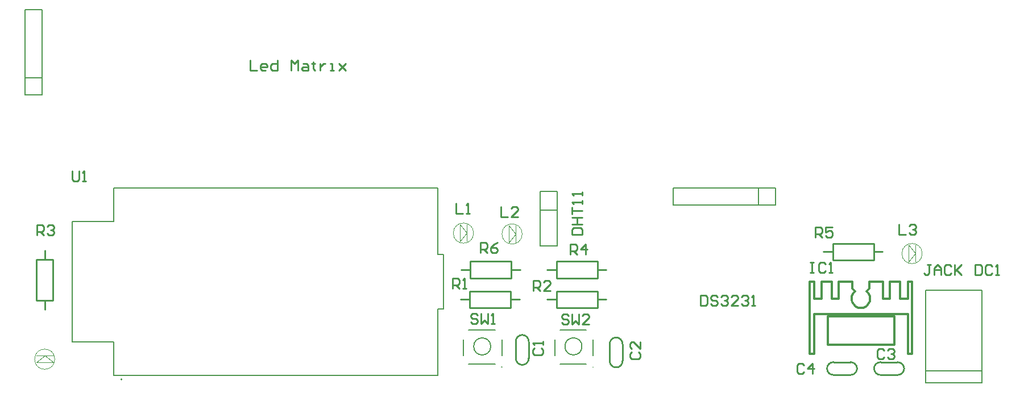
<source format=gto>
G04*
G04 #@! TF.GenerationSoftware,Altium Limited,Altium Designer,19.0.10 (269)*
G04*
G04 Layer_Color=65535*
%FSTAX24Y24*%
%MOIN*%
G70*
G01*
G75*
%ADD10C,0.0100*%
%ADD11C,0.0040*%
%ADD12C,0.0060*%
%ADD13C,0.0079*%
%ADD14C,0.0120*%
%ADD15C,0.0070*%
%ADD16C,0.0050*%
D10*
X060604Y011076D02*
G03*
X06061Y010324I-000004J-000376D01*
G01*
X061606Y010324D02*
G03*
X0616Y011076I000004J000376D01*
G01*
X058846Y010324D02*
G03*
X05884Y011076I000004J000376D01*
G01*
X057844Y011076D02*
G03*
X05785Y010324I-000004J-000376D01*
G01*
X039976Y012296D02*
G03*
X039224Y01229I-000376J000004D01*
G01*
X039224Y011294D02*
G03*
X039976Y0113I000376J-000004D01*
G01*
X045476Y012146D02*
G03*
X044724Y01214I-000376J000004D01*
G01*
X044724Y011144D02*
G03*
X045476Y01115I000376J-000004D01*
G01*
X06063Y01108D02*
X06159D01*
X0606Y01032D02*
X0616D01*
X05786D02*
X05882D01*
X05785Y01108D02*
X05885D01*
X04106Y01475D02*
X04158D01*
X04401D02*
X04453D01*
X0416Y014258D02*
X044D01*
Y015242D01*
X0416D02*
X044D01*
X0416Y014258D02*
Y015242D01*
X04106Y0165D02*
X04158D01*
X04401D02*
X04453D01*
X0416Y016008D02*
X044D01*
Y016992D01*
X0416D02*
X044D01*
X0416Y016008D02*
Y016992D01*
X03601Y0165D02*
X03653D01*
X03896D02*
X03948D01*
X03655Y016008D02*
X03895D01*
Y016992D01*
X03655D02*
X03895D01*
X03655Y016008D02*
Y016992D01*
X03892Y01475D02*
X03944D01*
X03597D02*
X03649D01*
X0365Y015242D02*
X0389D01*
X0365Y014258D02*
Y015242D01*
Y014258D02*
X0389D01*
Y015242D01*
X03998Y01131D02*
Y01227D01*
X03922Y0113D02*
Y0123D01*
X04548Y01116D02*
Y01212D01*
X04472Y01115D02*
Y01215D01*
X0116Y01712D02*
Y01764D01*
Y01417D02*
Y01469D01*
X011108Y0147D02*
Y0171D01*
Y0147D02*
X012092D01*
Y0171D01*
X011108D02*
X012092D01*
X05726Y01755D02*
X05778D01*
X06021D02*
X06073D01*
X0578Y017058D02*
X0602D01*
Y018042D01*
X0578D02*
X0602D01*
X0578Y017058D02*
Y018042D01*
X0608Y01175D02*
X0607Y01185D01*
X0605D01*
X0604Y01175D01*
Y01135D01*
X0605Y01125D01*
X0607D01*
X0608Y01135D01*
X061Y01175D02*
X0611Y01185D01*
X0613D01*
X0614Y01175D01*
Y01165D01*
X0613Y01155D01*
X0612D01*
X0613D01*
X0614Y01145D01*
Y01135D01*
X0613Y01125D01*
X0611D01*
X061Y01135D01*
X0561Y0109D02*
X056Y011D01*
X0558D01*
X0557Y0109D01*
Y0105D01*
X0558Y0104D01*
X056D01*
X0561Y0105D01*
X0566Y0104D02*
Y011D01*
X0563Y0107D01*
X0567D01*
X035726Y0204D02*
Y0198D01*
X036125D01*
X036325D02*
X036525D01*
X036425D01*
Y0204D01*
X036325Y0203D01*
X04025Y01525D02*
Y01585D01*
X04055D01*
X04065Y01575D01*
Y01555D01*
X04055Y01545D01*
X04025D01*
X04045D02*
X04065Y01525D01*
X04125D02*
X04085D01*
X04125Y01565D01*
Y01575D01*
X04115Y01585D01*
X04095D01*
X04085Y01575D01*
X0424Y0174D02*
Y018D01*
X0427D01*
X0428Y0179D01*
Y0177D01*
X0427Y0176D01*
X0424D01*
X0426D02*
X0428Y0174D01*
X0433D02*
Y018D01*
X043Y0177D01*
X0434D01*
X03835Y0202D02*
Y0196D01*
X03875D01*
X03935D02*
X03895D01*
X03935Y02D01*
Y0201D01*
X03925Y0202D01*
X03905D01*
X03895Y0201D01*
X03715Y0175D02*
Y0181D01*
X03745D01*
X03755Y018D01*
Y0178D01*
X03745Y0177D01*
X03715D01*
X03735D02*
X03755Y0175D01*
X03815Y0181D02*
X03795Y018D01*
X03775Y0178D01*
Y0176D01*
X03785Y0175D01*
X03805D01*
X03815Y0176D01*
Y0177D01*
X03805Y0178D01*
X03775D01*
X0355Y0154D02*
Y016D01*
X0358D01*
X0359Y0159D01*
Y0157D01*
X0358Y0156D01*
X0355D01*
X0357D02*
X0359Y0154D01*
X0361D02*
X0363D01*
X0362D01*
Y016D01*
X0361Y0159D01*
X036975Y013825D02*
X036875Y013925D01*
X036675D01*
X036575Y013825D01*
Y013725D01*
X036675Y013625D01*
X036875D01*
X036975Y013525D01*
Y013425D01*
X036875Y013325D01*
X036675D01*
X036575Y013425D01*
X037175Y013925D02*
Y013325D01*
X037375Y013525D01*
X037575Y013325D01*
Y013925D01*
X037775Y013325D02*
X037975D01*
X037875D01*
Y013925D01*
X037775Y013825D01*
X0403Y0119D02*
X0402Y0118D01*
Y0116D01*
X0403Y0115D01*
X0407D01*
X0408Y0116D01*
Y0118D01*
X0407Y0119D01*
X0408Y0121D02*
Y0123D01*
Y0122D01*
X0402D01*
X0403Y0121D01*
X046Y01165D02*
X0459Y01155D01*
Y01135D01*
X046Y01125D01*
X0464D01*
X0465Y01135D01*
Y01155D01*
X0464Y01165D01*
X0465Y01225D02*
Y01185D01*
X0461Y01225D01*
X046D01*
X0459Y01215D01*
Y01195D01*
X046Y01185D01*
X0423Y0138D02*
X0422Y0139D01*
X042D01*
X0419Y0138D01*
Y0137D01*
X042Y0136D01*
X0422D01*
X0423Y0135D01*
Y0134D01*
X0422Y0133D01*
X042D01*
X0419Y0134D01*
X0425Y0139D02*
Y0133D01*
X0427Y0135D01*
X0429Y0133D01*
Y0139D01*
X043499Y0133D02*
X0431D01*
X043499Y0137D01*
Y0138D01*
X0434Y0139D01*
X0432D01*
X0431Y0138D01*
X05005Y015D02*
Y0144D01*
X05035D01*
X05045Y0145D01*
Y0149D01*
X05035Y015D01*
X05005D01*
X05105Y0149D02*
X05095Y015D01*
X05075D01*
X05065Y0149D01*
Y0148D01*
X05075Y0147D01*
X05095D01*
X05105Y0146D01*
Y0145D01*
X05095Y0144D01*
X05075D01*
X05065Y0145D01*
X05125Y0149D02*
X05135Y015D01*
X05155D01*
X051649Y0149D01*
Y0148D01*
X05155Y0147D01*
X05145D01*
X05155D01*
X051649Y0146D01*
Y0145D01*
X05155Y0144D01*
X05135D01*
X05125Y0145D01*
X052249Y0144D02*
X051849D01*
X052249Y0148D01*
Y0149D01*
X052149Y015D01*
X051949D01*
X051849Y0149D01*
X052449D02*
X052549Y015D01*
X052749D01*
X052849Y0149D01*
Y0148D01*
X052749Y0147D01*
X052649D01*
X052749D01*
X052849Y0146D01*
Y0145D01*
X052749Y0144D01*
X052549D01*
X052449Y0145D01*
X053049Y0144D02*
X053249D01*
X053149D01*
Y015D01*
X053049Y0149D01*
X0425Y01855D02*
X0431D01*
Y01885D01*
X043Y01895D01*
X0426D01*
X0425Y01885D01*
Y01855D01*
Y01915D02*
X0431D01*
X0428D01*
Y01955D01*
X0425D01*
X0431D01*
X0425Y01975D02*
Y020149D01*
Y01995D01*
X0431D01*
Y020349D02*
Y020549D01*
Y020449D01*
X0425D01*
X0426Y020349D01*
X0431Y020849D02*
Y021049D01*
Y020949D01*
X0425D01*
X0426Y020849D01*
X02365Y0288D02*
Y0282D01*
X02405D01*
X02455D02*
X02435D01*
X02425Y0283D01*
Y0285D01*
X02435Y0286D01*
X02455D01*
X02465Y0285D01*
Y0284D01*
X02425D01*
X025249Y0288D02*
Y0282D01*
X02495D01*
X02485Y0283D01*
Y0285D01*
X02495Y0286D01*
X025249D01*
X026049Y0282D02*
Y0288D01*
X026249Y0286D01*
X026449Y0288D01*
Y0282D01*
X026749Y0286D02*
X026949D01*
X027049Y0285D01*
Y0282D01*
X026749D01*
X026649Y0283D01*
X026749Y0284D01*
X027049D01*
X027349Y0287D02*
Y0286D01*
X027249D01*
X027449D01*
X027349D01*
Y0283D01*
X027449Y0282D01*
X027749Y0286D02*
Y0282D01*
Y0284D01*
X027849Y0285D01*
X027949Y0286D01*
X028049D01*
X028348Y0282D02*
X028548D01*
X028448D01*
Y0286D01*
X028348D01*
X028848D02*
X029248Y0282D01*
X029048Y0284D01*
X029248Y0286D01*
X028848Y0282D01*
X013206Y0223D02*
Y0218D01*
X013306Y0217D01*
X013506D01*
X013606Y0218D01*
Y0223D01*
X013806Y0217D02*
X014006D01*
X013906D01*
Y0223D01*
X013806Y0222D01*
X011155Y018525D02*
Y019125D01*
X011455D01*
X011555Y019025D01*
Y018825D01*
X011455Y018725D01*
X011155D01*
X011355D02*
X011555Y018525D01*
X011755Y019025D02*
X011855Y019125D01*
X012055D01*
X012155Y019025D01*
Y018925D01*
X012055Y018825D01*
X011955D01*
X012055D01*
X012155Y018725D01*
Y018625D01*
X012055Y018525D01*
X011855D01*
X011755Y018625D01*
X05649Y01693D02*
X05669D01*
X05659D01*
Y01633D01*
X05649D01*
X05669D01*
X05739Y01683D02*
X05729Y01693D01*
X05709D01*
X05699Y01683D01*
Y01643D01*
X05709Y01633D01*
X05729D01*
X05739Y01643D01*
X05759Y01633D02*
X05779D01*
X05769D01*
Y01693D01*
X05759Y01683D01*
X063555Y016785D02*
X063355D01*
X063455D01*
Y016285D01*
X063355Y016185D01*
X063255D01*
X063155Y016285D01*
X063755Y016185D02*
Y016585D01*
X063955Y016785D01*
X064155Y016585D01*
Y016185D01*
Y016485D01*
X063755D01*
X064754Y016685D02*
X064655Y016785D01*
X064455D01*
X064355Y016685D01*
Y016285D01*
X064455Y016185D01*
X064655D01*
X064754Y016285D01*
X064954Y016785D02*
Y016185D01*
Y016385D01*
X065354Y016785D01*
X065054Y016485D01*
X065354Y016185D01*
X066154Y016785D02*
Y016185D01*
X066454D01*
X066554Y016285D01*
Y016685D01*
X066454Y016785D01*
X066154D01*
X067154Y016685D02*
X067054Y016785D01*
X066854D01*
X066754Y016685D01*
Y016285D01*
X066854Y016185D01*
X067054D01*
X067154Y016285D01*
X067354Y016185D02*
X067554D01*
X067454D01*
Y016785D01*
X067354Y016685D01*
X05678Y01839D02*
Y01899D01*
X05708D01*
X05718Y01889D01*
Y01869D01*
X05708Y01859D01*
X05678D01*
X05698D02*
X05718Y01839D01*
X05778Y01899D02*
X05738D01*
Y01869D01*
X05758Y01879D01*
X05768D01*
X05778Y01869D01*
Y01849D01*
X05768Y01839D01*
X05748D01*
X05738Y01849D01*
X061685Y019155D02*
Y018555D01*
X062085D01*
X062285Y019055D02*
X062385Y019155D01*
X062585D01*
X062685Y019055D01*
Y018955D01*
X062585Y018855D01*
X062485D01*
X062585D01*
X062685Y018755D01*
Y018655D01*
X062585Y018555D01*
X062385D01*
X062285Y018655D01*
D11*
X036741Y01865D02*
G03*
X036741Y01865I-000591J0D01*
G01*
X039591Y0186D02*
G03*
X039591Y0186I-000591J0D01*
G01*
X012191Y01125D02*
G03*
X012191Y01125I-000591J0D01*
G01*
X063041Y01745D02*
G03*
X063041Y01745I-000591J0D01*
G01*
X03595Y01815D02*
Y01915D01*
Y01815D02*
X03635Y01865D01*
Y01815D02*
Y01865D01*
X03595Y01915D02*
X03635Y01865D01*
Y01915D01*
X0388Y0181D02*
Y0191D01*
Y0181D02*
X0392Y0186D01*
Y0181D02*
Y0186D01*
X0388Y0191D02*
X0392Y0186D01*
Y0191D01*
X0111Y01105D02*
X0121D01*
X0116Y01145D02*
X0121Y01105D01*
X0116Y01145D02*
X0121D01*
X0111Y01105D02*
X0116Y01145D01*
X0111D02*
X0116D01*
X06225Y01695D02*
Y01795D01*
Y01695D02*
X06265Y01745D01*
Y01695D02*
Y01745D01*
X06225Y01795D02*
X06265Y01745D01*
Y01795D01*
D12*
X03775Y012D02*
G03*
X03775Y012I-0005J0D01*
G01*
X0431D02*
G03*
X0431Y012I-0005J0D01*
G01*
X03615Y01145D02*
Y0124D01*
X03646Y01095D02*
X038D01*
X0384Y01145D02*
Y0124D01*
X03645Y01295D02*
X038D01*
X0415Y01145D02*
Y0124D01*
X04181Y01095D02*
X04335D01*
X04375Y01145D02*
Y0124D01*
X0418Y01295D02*
X04335D01*
D13*
X016142Y010064D02*
G03*
X016142Y010064I-000039J0D01*
G01*
X04845Y0203D02*
Y0213D01*
X05445Y0203D02*
Y0213D01*
X04845Y0203D02*
X05445D01*
X04845Y0213D02*
X05445D01*
X05345Y0203D02*
Y0213D01*
X04065Y017902D02*
Y021098D01*
Y017902D02*
X04165D01*
Y021098D01*
X04065D02*
X04165D01*
X04065Y02D02*
X04165D01*
X01045Y02675D02*
X01145D01*
X01045D02*
Y03175D01*
X01145Y02675D02*
Y03175D01*
X01045D02*
X01145D01*
X01045Y02775D02*
X01145D01*
D14*
X059114Y015235D02*
G03*
X059788Y015234I000336J-000435D01*
G01*
X06075Y0148D02*
X06115D01*
Y0158D01*
X06175D01*
Y0148D02*
Y0158D01*
Y0148D02*
X0622D01*
Y0158D01*
X06245D01*
Y01155D02*
Y0158D01*
X0622Y01155D02*
X06245D01*
X05775Y0148D02*
X05815D01*
X05775D02*
Y0158D01*
X05715D02*
X05775D01*
X05715Y0148D02*
Y0158D01*
X0567Y0148D02*
X05715D01*
X0567D02*
Y0158D01*
X05645D02*
X0567D01*
X05645Y01155D02*
Y0158D01*
Y01155D02*
X0567D01*
Y0139D01*
X0622D01*
Y01155D02*
Y0139D01*
X0575Y0121D02*
Y01375D01*
Y0121D02*
X0614D01*
Y01375D01*
X0575D02*
X0614D01*
X05815Y0148D02*
Y0158D01*
X05895D01*
X06075Y0148D02*
Y0158D01*
X05995D02*
X06075D01*
X05895Y0154D02*
X05911Y01524D01*
X05895Y0154D02*
Y0158D01*
X05995Y0154D02*
Y0158D01*
X059786Y015236D02*
X05995Y0154D01*
D15*
X03839Y0108D02*
X0384Y01081D01*
X04374Y0108D02*
X04375Y01081D01*
X06325Y01055D02*
X06655D01*
Y00985D02*
Y0153D01*
X06325Y00985D02*
Y0153D01*
X06655D01*
X06325Y00985D02*
X06655D01*
D16*
X015658Y010308D02*
X034634D01*
X015658Y021292D02*
X034634D01*
X015658Y019343D02*
Y021292D01*
Y010308D02*
Y012257D01*
X013217D02*
X015658D01*
X013217D02*
Y019343D01*
X015658D01*
X034634Y010308D02*
Y014198D01*
X034989D01*
Y017398D01*
X034634D02*
X034989D01*
X034634D02*
Y021292D01*
M02*

</source>
